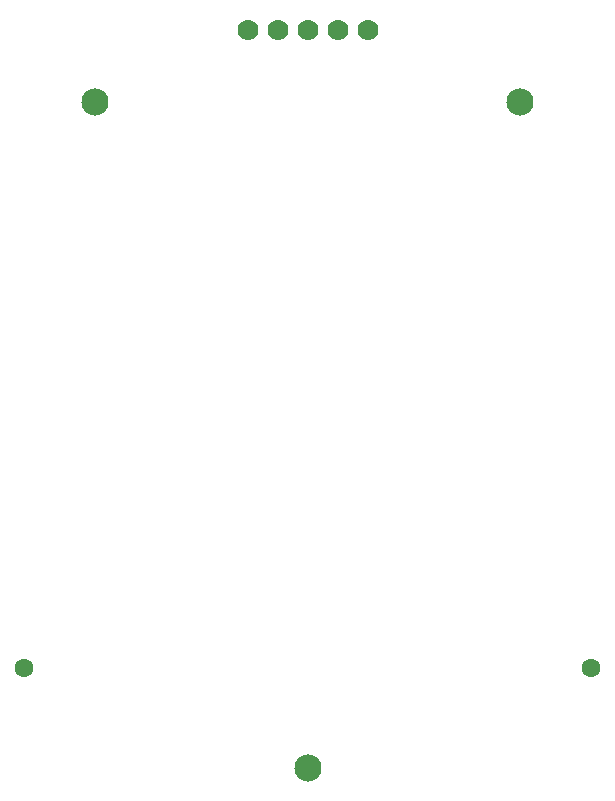
<source format=gbr>
G04 EAGLE Gerber RS-274X export*
G75*
%MOMM*%
%FSLAX34Y34*%
%LPD*%
%INSoldermask Bottom*%
%IPPOS*%
%AMOC8*
5,1,8,0,0,1.08239X$1,22.5*%
G01*
%ADD10C,2.301600*%
%ADD11C,1.778000*%
%ADD12C,1.601600*%


D10*
X520000Y594160D03*
X340000Y30000D03*
X160000Y594160D03*
D11*
X289200Y655400D03*
X314600Y655400D03*
X340000Y655400D03*
X365400Y655400D03*
X390800Y655400D03*
D12*
X100000Y115000D03*
X580000Y115000D03*
M02*

</source>
